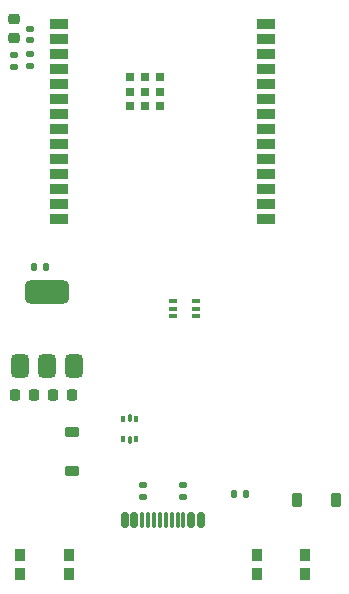
<source format=gtp>
%TF.GenerationSoftware,KiCad,Pcbnew,8.0.2*%
%TF.CreationDate,2024-06-06T14:24:50+10:00*%
%TF.ProjectId,design,64657369-676e-42e6-9b69-6361645f7063,rev?*%
%TF.SameCoordinates,Original*%
%TF.FileFunction,Paste,Top*%
%TF.FilePolarity,Positive*%
%FSLAX46Y46*%
G04 Gerber Fmt 4.6, Leading zero omitted, Abs format (unit mm)*
G04 Created by KiCad (PCBNEW 8.0.2) date 2024-06-06 14:24:50*
%MOMM*%
%LPD*%
G01*
G04 APERTURE LIST*
G04 Aperture macros list*
%AMRoundRect*
0 Rectangle with rounded corners*
0 $1 Rounding radius*
0 $2 $3 $4 $5 $6 $7 $8 $9 X,Y pos of 4 corners*
0 Add a 4 corners polygon primitive as box body*
4,1,4,$2,$3,$4,$5,$6,$7,$8,$9,$2,$3,0*
0 Add four circle primitives for the rounded corners*
1,1,$1+$1,$2,$3*
1,1,$1+$1,$4,$5*
1,1,$1+$1,$6,$7*
1,1,$1+$1,$8,$9*
0 Add four rect primitives between the rounded corners*
20,1,$1+$1,$2,$3,$4,$5,0*
20,1,$1+$1,$4,$5,$6,$7,0*
20,1,$1+$1,$6,$7,$8,$9,0*
20,1,$1+$1,$8,$9,$2,$3,0*%
G04 Aperture macros list end*
%ADD10R,1.500000X0.900000*%
%ADD11R,0.800000X0.800000*%
%ADD12RoundRect,0.150000X-0.150000X-0.500000X0.150000X-0.500000X0.150000X0.500000X-0.150000X0.500000X0*%
%ADD13RoundRect,0.075000X-0.075000X-0.575000X0.075000X-0.575000X0.075000X0.575000X-0.075000X0.575000X0*%
%ADD14RoundRect,0.225000X-0.225000X-0.375000X0.225000X-0.375000X0.225000X0.375000X-0.225000X0.375000X0*%
%ADD15RoundRect,0.100000X-0.225000X-0.100000X0.225000X-0.100000X0.225000X0.100000X-0.225000X0.100000X0*%
%ADD16RoundRect,0.375000X0.375000X-0.625000X0.375000X0.625000X-0.375000X0.625000X-0.375000X-0.625000X0*%
%ADD17RoundRect,0.500000X1.400000X-0.500000X1.400000X0.500000X-1.400000X0.500000X-1.400000X-0.500000X0*%
%ADD18R,0.900000X1.000000*%
%ADD19RoundRect,0.225000X0.225000X0.250000X-0.225000X0.250000X-0.225000X-0.250000X0.225000X-0.250000X0*%
%ADD20RoundRect,0.140000X0.170000X-0.140000X0.170000X0.140000X-0.170000X0.140000X-0.170000X-0.140000X0*%
%ADD21RoundRect,0.093750X-0.093750X0.156250X-0.093750X-0.156250X0.093750X-0.156250X0.093750X0.156250X0*%
%ADD22RoundRect,0.075000X-0.075000X0.250000X-0.075000X-0.250000X0.075000X-0.250000X0.075000X0.250000X0*%
%ADD23RoundRect,0.135000X0.185000X-0.135000X0.185000X0.135000X-0.185000X0.135000X-0.185000X-0.135000X0*%
%ADD24RoundRect,0.225000X-0.375000X0.225000X-0.375000X-0.225000X0.375000X-0.225000X0.375000X0.225000X0*%
%ADD25RoundRect,0.135000X-0.135000X-0.185000X0.135000X-0.185000X0.135000X0.185000X-0.135000X0.185000X0*%
%ADD26RoundRect,0.225000X0.250000X-0.225000X0.250000X0.225000X-0.250000X0.225000X-0.250000X-0.225000X0*%
%ADD27RoundRect,0.135000X-0.185000X0.135000X-0.185000X-0.135000X0.185000X-0.135000X0.185000X0.135000X0*%
%ADD28RoundRect,0.135000X0.135000X0.185000X-0.135000X0.185000X-0.135000X-0.185000X0.135000X-0.185000X0*%
G04 APERTURE END LIST*
D10*
%TO.C,IC1*%
X63750000Y-63240000D03*
X63750000Y-64510000D03*
X63750000Y-65780000D03*
X63750000Y-67050000D03*
X63750000Y-68320000D03*
X63750000Y-69590000D03*
X63750000Y-70860000D03*
X63750000Y-72130000D03*
X63750000Y-73400000D03*
X63750000Y-74670000D03*
X63750000Y-75940000D03*
X63750000Y-77210000D03*
X63750000Y-78480000D03*
X63750000Y-79750000D03*
X81250000Y-79750000D03*
X81250000Y-78480000D03*
X81250000Y-77210000D03*
X81250000Y-75940000D03*
X81250000Y-74670000D03*
X81250000Y-73400000D03*
X81250000Y-72130000D03*
X81250000Y-70860000D03*
X81250000Y-69590000D03*
X81250000Y-68320000D03*
X81250000Y-67050000D03*
X81250000Y-65780000D03*
X81250000Y-64510000D03*
X81250000Y-63240000D03*
D11*
X70995000Y-68960000D03*
X69745000Y-67710000D03*
X69745000Y-68960000D03*
X69745000Y-70210000D03*
X70995000Y-70210000D03*
X72245000Y-70210000D03*
X72245000Y-68960000D03*
X72245000Y-67710000D03*
X70995000Y-67710000D03*
%TD*%
D12*
%TO.C,J1*%
X69300000Y-105255000D03*
X70100000Y-105255000D03*
D13*
X71250000Y-105255000D03*
X72250000Y-105255000D03*
X72750000Y-105255000D03*
X73750000Y-105255000D03*
D12*
X74900000Y-105255000D03*
X75700000Y-105255000D03*
X75700000Y-105255000D03*
X74900000Y-105255000D03*
D13*
X74250000Y-105255000D03*
X73250000Y-105255000D03*
X71750000Y-105255000D03*
X70750000Y-105255000D03*
D12*
X70100000Y-105255000D03*
X69300000Y-105255000D03*
%TD*%
D14*
%TO.C,D2*%
X83850000Y-103500000D03*
X87150000Y-103500000D03*
%TD*%
D15*
%TO.C,Q1*%
X73400000Y-86700000D03*
X73400000Y-87350000D03*
X73400000Y-88000000D03*
X75300000Y-88000000D03*
X75300000Y-87350000D03*
X75300000Y-86700000D03*
%TD*%
D16*
%TO.C,U2*%
X60400000Y-92200000D03*
X62700000Y-92200000D03*
D17*
X62700000Y-85900000D03*
D16*
X65000000Y-92200000D03*
%TD*%
D18*
%TO.C,SW1*%
X80450000Y-108200000D03*
X84550000Y-108200000D03*
X80450000Y-109800000D03*
X84550000Y-109800000D03*
%TD*%
D19*
%TO.C,C7*%
X64775000Y-94650000D03*
X63225000Y-94650000D03*
%TD*%
D20*
%TO.C,C6*%
X61300000Y-66780000D03*
X61300000Y-65820000D03*
%TD*%
%TO.C,C2*%
X61300000Y-64600000D03*
X61300000Y-63640000D03*
%TD*%
D21*
%TO.C,U1*%
X70237500Y-96650000D03*
D22*
X69700000Y-96575000D03*
D21*
X69162500Y-96650000D03*
X69162500Y-98350000D03*
D22*
X69700000Y-98425000D03*
D21*
X70237500Y-98350000D03*
%TD*%
D23*
%TO.C,R2*%
X70800000Y-103310000D03*
X70800000Y-102290000D03*
%TD*%
D24*
%TO.C,D1*%
X64800000Y-97750000D03*
X64800000Y-101050000D03*
%TD*%
D25*
%TO.C,R4*%
X78490000Y-103000000D03*
X79510000Y-103000000D03*
%TD*%
D26*
%TO.C,C5*%
X59900000Y-64395000D03*
X59900000Y-62845000D03*
%TD*%
D27*
%TO.C,R5*%
X59900000Y-65890000D03*
X59900000Y-66910000D03*
%TD*%
D19*
%TO.C,C8*%
X61575000Y-94650000D03*
X60025000Y-94650000D03*
%TD*%
D18*
%TO.C,SW2*%
X64550000Y-109800000D03*
X60450000Y-109800000D03*
X64550000Y-108200000D03*
X60450000Y-108200000D03*
%TD*%
D28*
%TO.C,R7*%
X62620000Y-83800000D03*
X61600000Y-83800000D03*
%TD*%
D23*
%TO.C,R3*%
X74200000Y-103310000D03*
X74200000Y-102290000D03*
%TD*%
M02*

</source>
